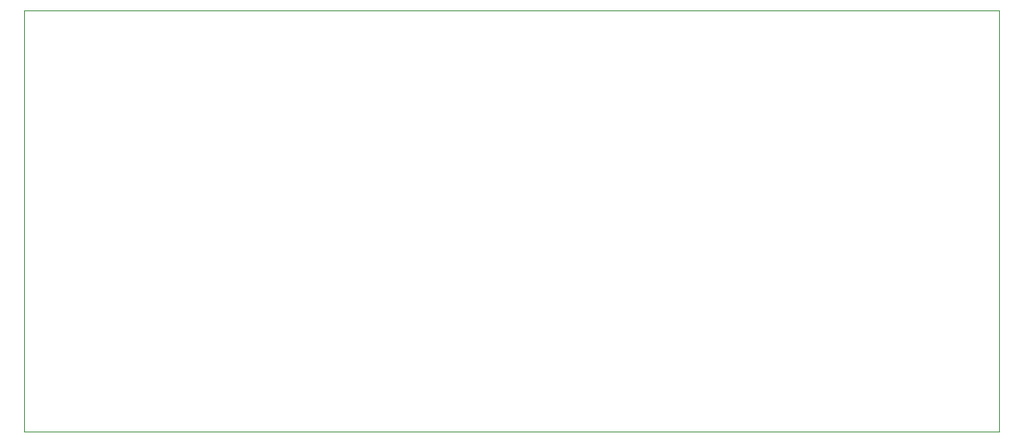
<source format=gko>
G75*
%MOIN*%
%OFA0B0*%
%FSLAX25Y25*%
%IPPOS*%
%LPD*%
%AMOC8*
5,1,8,0,0,1.08239X$1,22.5*
%
%ADD10C,0.00000*%
D10*
X0020000Y0001800D02*
X0020039Y0176800D01*
X0425000Y0176800D01*
X0425000Y0001800D01*
X0020000Y0001800D01*
M02*

</source>
